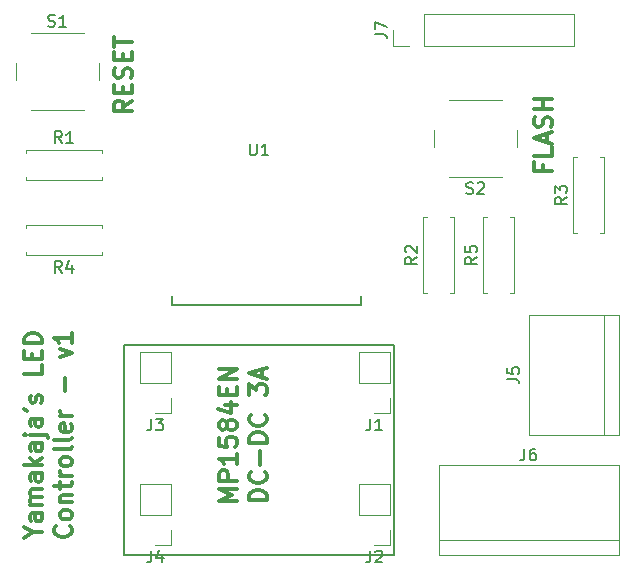
<source format=gbr>
%TF.GenerationSoftware,KiCad,Pcbnew,4.0.7*%
%TF.CreationDate,2018-03-28T14:10:15+02:00*%
%TF.ProjectId,esp8266-ws2811-pcb,657370383236362D7773323831312D70,rev?*%
%TF.FileFunction,Legend,Top*%
%FSLAX46Y46*%
G04 Gerber Fmt 4.6, Leading zero omitted, Abs format (unit mm)*
G04 Created by KiCad (PCBNEW 4.0.7) date Wed Mar 28 14:10:15 2018*
%MOMM*%
%LPD*%
G01*
G04 APERTURE LIST*
%ADD10C,0.100000*%
%ADD11C,0.300000*%
%ADD12C,0.200000*%
%ADD13C,0.120000*%
%ADD14C,0.152400*%
%ADD15C,0.150000*%
G04 APERTURE END LIST*
D10*
D11*
X150538571Y-83458571D02*
X149824286Y-83958571D01*
X150538571Y-84315714D02*
X149038571Y-84315714D01*
X149038571Y-83744286D01*
X149110000Y-83601428D01*
X149181429Y-83530000D01*
X149324286Y-83458571D01*
X149538571Y-83458571D01*
X149681429Y-83530000D01*
X149752857Y-83601428D01*
X149824286Y-83744286D01*
X149824286Y-84315714D01*
X149752857Y-82815714D02*
X149752857Y-82315714D01*
X150538571Y-82101428D02*
X150538571Y-82815714D01*
X149038571Y-82815714D01*
X149038571Y-82101428D01*
X150467143Y-81530000D02*
X150538571Y-81315714D01*
X150538571Y-80958571D01*
X150467143Y-80815714D01*
X150395714Y-80744285D01*
X150252857Y-80672857D01*
X150110000Y-80672857D01*
X149967143Y-80744285D01*
X149895714Y-80815714D01*
X149824286Y-80958571D01*
X149752857Y-81244285D01*
X149681429Y-81387143D01*
X149610000Y-81458571D01*
X149467143Y-81530000D01*
X149324286Y-81530000D01*
X149181429Y-81458571D01*
X149110000Y-81387143D01*
X149038571Y-81244285D01*
X149038571Y-80887143D01*
X149110000Y-80672857D01*
X149752857Y-80030000D02*
X149752857Y-79530000D01*
X150538571Y-79315714D02*
X150538571Y-80030000D01*
X149038571Y-80030000D01*
X149038571Y-79315714D01*
X149038571Y-78887143D02*
X149038571Y-78030000D01*
X150538571Y-78458571D02*
X149038571Y-78458571D01*
X185312857Y-88895714D02*
X185312857Y-89395714D01*
X186098571Y-89395714D02*
X184598571Y-89395714D01*
X184598571Y-88681428D01*
X186098571Y-87395714D02*
X186098571Y-88110000D01*
X184598571Y-88110000D01*
X185670000Y-86967143D02*
X185670000Y-86252857D01*
X186098571Y-87110000D02*
X184598571Y-86610000D01*
X186098571Y-86110000D01*
X186027143Y-85681429D02*
X186098571Y-85467143D01*
X186098571Y-85110000D01*
X186027143Y-84967143D01*
X185955714Y-84895714D01*
X185812857Y-84824286D01*
X185670000Y-84824286D01*
X185527143Y-84895714D01*
X185455714Y-84967143D01*
X185384286Y-85110000D01*
X185312857Y-85395714D01*
X185241429Y-85538572D01*
X185170000Y-85610000D01*
X185027143Y-85681429D01*
X184884286Y-85681429D01*
X184741429Y-85610000D01*
X184670000Y-85538572D01*
X184598571Y-85395714D01*
X184598571Y-85038572D01*
X184670000Y-84824286D01*
X186098571Y-84181429D02*
X184598571Y-84181429D01*
X185312857Y-84181429D02*
X185312857Y-83324286D01*
X186098571Y-83324286D02*
X184598571Y-83324286D01*
D12*
X149860000Y-104140000D02*
X149860000Y-121920000D01*
X172720000Y-104140000D02*
X149860000Y-104140000D01*
X172720000Y-121920000D02*
X172720000Y-104140000D01*
X149860000Y-121920000D02*
X172720000Y-121920000D01*
D11*
X159423571Y-117331428D02*
X157923571Y-117331428D01*
X158995000Y-116831428D01*
X157923571Y-116331428D01*
X159423571Y-116331428D01*
X159423571Y-115617142D02*
X157923571Y-115617142D01*
X157923571Y-115045714D01*
X157995000Y-114902856D01*
X158066429Y-114831428D01*
X158209286Y-114759999D01*
X158423571Y-114759999D01*
X158566429Y-114831428D01*
X158637857Y-114902856D01*
X158709286Y-115045714D01*
X158709286Y-115617142D01*
X159423571Y-113331428D02*
X159423571Y-114188571D01*
X159423571Y-113759999D02*
X157923571Y-113759999D01*
X158137857Y-113902856D01*
X158280714Y-114045714D01*
X158352143Y-114188571D01*
X157923571Y-111974285D02*
X157923571Y-112688571D01*
X158637857Y-112760000D01*
X158566429Y-112688571D01*
X158495000Y-112545714D01*
X158495000Y-112188571D01*
X158566429Y-112045714D01*
X158637857Y-111974285D01*
X158780714Y-111902857D01*
X159137857Y-111902857D01*
X159280714Y-111974285D01*
X159352143Y-112045714D01*
X159423571Y-112188571D01*
X159423571Y-112545714D01*
X159352143Y-112688571D01*
X159280714Y-112760000D01*
X158566429Y-111045714D02*
X158495000Y-111188572D01*
X158423571Y-111260000D01*
X158280714Y-111331429D01*
X158209286Y-111331429D01*
X158066429Y-111260000D01*
X157995000Y-111188572D01*
X157923571Y-111045714D01*
X157923571Y-110760000D01*
X157995000Y-110617143D01*
X158066429Y-110545714D01*
X158209286Y-110474286D01*
X158280714Y-110474286D01*
X158423571Y-110545714D01*
X158495000Y-110617143D01*
X158566429Y-110760000D01*
X158566429Y-111045714D01*
X158637857Y-111188572D01*
X158709286Y-111260000D01*
X158852143Y-111331429D01*
X159137857Y-111331429D01*
X159280714Y-111260000D01*
X159352143Y-111188572D01*
X159423571Y-111045714D01*
X159423571Y-110760000D01*
X159352143Y-110617143D01*
X159280714Y-110545714D01*
X159137857Y-110474286D01*
X158852143Y-110474286D01*
X158709286Y-110545714D01*
X158637857Y-110617143D01*
X158566429Y-110760000D01*
X158423571Y-109188572D02*
X159423571Y-109188572D01*
X157852143Y-109545715D02*
X158923571Y-109902858D01*
X158923571Y-108974286D01*
X158637857Y-108402858D02*
X158637857Y-107902858D01*
X159423571Y-107688572D02*
X159423571Y-108402858D01*
X157923571Y-108402858D01*
X157923571Y-107688572D01*
X159423571Y-107045715D02*
X157923571Y-107045715D01*
X159423571Y-106188572D01*
X157923571Y-106188572D01*
X161973571Y-117259999D02*
X160473571Y-117259999D01*
X160473571Y-116902856D01*
X160545000Y-116688571D01*
X160687857Y-116545713D01*
X160830714Y-116474285D01*
X161116429Y-116402856D01*
X161330714Y-116402856D01*
X161616429Y-116474285D01*
X161759286Y-116545713D01*
X161902143Y-116688571D01*
X161973571Y-116902856D01*
X161973571Y-117259999D01*
X161830714Y-114902856D02*
X161902143Y-114974285D01*
X161973571Y-115188571D01*
X161973571Y-115331428D01*
X161902143Y-115545713D01*
X161759286Y-115688571D01*
X161616429Y-115759999D01*
X161330714Y-115831428D01*
X161116429Y-115831428D01*
X160830714Y-115759999D01*
X160687857Y-115688571D01*
X160545000Y-115545713D01*
X160473571Y-115331428D01*
X160473571Y-115188571D01*
X160545000Y-114974285D01*
X160616429Y-114902856D01*
X161402143Y-114259999D02*
X161402143Y-113117142D01*
X161973571Y-112402856D02*
X160473571Y-112402856D01*
X160473571Y-112045713D01*
X160545000Y-111831428D01*
X160687857Y-111688570D01*
X160830714Y-111617142D01*
X161116429Y-111545713D01*
X161330714Y-111545713D01*
X161616429Y-111617142D01*
X161759286Y-111688570D01*
X161902143Y-111831428D01*
X161973571Y-112045713D01*
X161973571Y-112402856D01*
X161830714Y-110045713D02*
X161902143Y-110117142D01*
X161973571Y-110331428D01*
X161973571Y-110474285D01*
X161902143Y-110688570D01*
X161759286Y-110831428D01*
X161616429Y-110902856D01*
X161330714Y-110974285D01*
X161116429Y-110974285D01*
X160830714Y-110902856D01*
X160687857Y-110831428D01*
X160545000Y-110688570D01*
X160473571Y-110474285D01*
X160473571Y-110331428D01*
X160545000Y-110117142D01*
X160616429Y-110045713D01*
X160473571Y-108402856D02*
X160473571Y-107474285D01*
X161045000Y-107974285D01*
X161045000Y-107759999D01*
X161116429Y-107617142D01*
X161187857Y-107545713D01*
X161330714Y-107474285D01*
X161687857Y-107474285D01*
X161830714Y-107545713D01*
X161902143Y-107617142D01*
X161973571Y-107759999D01*
X161973571Y-108188571D01*
X161902143Y-108331428D01*
X161830714Y-108402856D01*
X161545000Y-106902857D02*
X161545000Y-106188571D01*
X161973571Y-107045714D02*
X160473571Y-106545714D01*
X161973571Y-106045714D01*
X142199286Y-120010001D02*
X142913571Y-120010001D01*
X141413571Y-120510001D02*
X142199286Y-120010001D01*
X141413571Y-119510001D01*
X142913571Y-118367144D02*
X142127857Y-118367144D01*
X141985000Y-118438573D01*
X141913571Y-118581430D01*
X141913571Y-118867144D01*
X141985000Y-119010001D01*
X142842143Y-118367144D02*
X142913571Y-118510001D01*
X142913571Y-118867144D01*
X142842143Y-119010001D01*
X142699286Y-119081430D01*
X142556429Y-119081430D01*
X142413571Y-119010001D01*
X142342143Y-118867144D01*
X142342143Y-118510001D01*
X142270714Y-118367144D01*
X142913571Y-117652858D02*
X141913571Y-117652858D01*
X142056429Y-117652858D02*
X141985000Y-117581430D01*
X141913571Y-117438572D01*
X141913571Y-117224287D01*
X141985000Y-117081430D01*
X142127857Y-117010001D01*
X142913571Y-117010001D01*
X142127857Y-117010001D02*
X141985000Y-116938572D01*
X141913571Y-116795715D01*
X141913571Y-116581430D01*
X141985000Y-116438572D01*
X142127857Y-116367144D01*
X142913571Y-116367144D01*
X142913571Y-115010001D02*
X142127857Y-115010001D01*
X141985000Y-115081430D01*
X141913571Y-115224287D01*
X141913571Y-115510001D01*
X141985000Y-115652858D01*
X142842143Y-115010001D02*
X142913571Y-115152858D01*
X142913571Y-115510001D01*
X142842143Y-115652858D01*
X142699286Y-115724287D01*
X142556429Y-115724287D01*
X142413571Y-115652858D01*
X142342143Y-115510001D01*
X142342143Y-115152858D01*
X142270714Y-115010001D01*
X142913571Y-114295715D02*
X141413571Y-114295715D01*
X142342143Y-114152858D02*
X142913571Y-113724287D01*
X141913571Y-113724287D02*
X142485000Y-114295715D01*
X142913571Y-112438572D02*
X142127857Y-112438572D01*
X141985000Y-112510001D01*
X141913571Y-112652858D01*
X141913571Y-112938572D01*
X141985000Y-113081429D01*
X142842143Y-112438572D02*
X142913571Y-112581429D01*
X142913571Y-112938572D01*
X142842143Y-113081429D01*
X142699286Y-113152858D01*
X142556429Y-113152858D01*
X142413571Y-113081429D01*
X142342143Y-112938572D01*
X142342143Y-112581429D01*
X142270714Y-112438572D01*
X141913571Y-111724286D02*
X143199286Y-111724286D01*
X143342143Y-111795715D01*
X143413571Y-111938572D01*
X143413571Y-112010000D01*
X141413571Y-111724286D02*
X141485000Y-111795715D01*
X141556429Y-111724286D01*
X141485000Y-111652858D01*
X141413571Y-111724286D01*
X141556429Y-111724286D01*
X142913571Y-110367143D02*
X142127857Y-110367143D01*
X141985000Y-110438572D01*
X141913571Y-110581429D01*
X141913571Y-110867143D01*
X141985000Y-111010000D01*
X142842143Y-110367143D02*
X142913571Y-110510000D01*
X142913571Y-110867143D01*
X142842143Y-111010000D01*
X142699286Y-111081429D01*
X142556429Y-111081429D01*
X142413571Y-111010000D01*
X142342143Y-110867143D01*
X142342143Y-110510000D01*
X142270714Y-110367143D01*
X141413571Y-109581429D02*
X141699286Y-109724286D01*
X142842143Y-109010000D02*
X142913571Y-108867143D01*
X142913571Y-108581428D01*
X142842143Y-108438571D01*
X142699286Y-108367143D01*
X142627857Y-108367143D01*
X142485000Y-108438571D01*
X142413571Y-108581428D01*
X142413571Y-108795714D01*
X142342143Y-108938571D01*
X142199286Y-109010000D01*
X142127857Y-109010000D01*
X141985000Y-108938571D01*
X141913571Y-108795714D01*
X141913571Y-108581428D01*
X141985000Y-108438571D01*
X142913571Y-105867142D02*
X142913571Y-106581428D01*
X141413571Y-106581428D01*
X142127857Y-105367142D02*
X142127857Y-104867142D01*
X142913571Y-104652856D02*
X142913571Y-105367142D01*
X141413571Y-105367142D01*
X141413571Y-104652856D01*
X142913571Y-104009999D02*
X141413571Y-104009999D01*
X141413571Y-103652856D01*
X141485000Y-103438571D01*
X141627857Y-103295713D01*
X141770714Y-103224285D01*
X142056429Y-103152856D01*
X142270714Y-103152856D01*
X142556429Y-103224285D01*
X142699286Y-103295713D01*
X142842143Y-103438571D01*
X142913571Y-103652856D01*
X142913571Y-104009999D01*
X145320714Y-119474284D02*
X145392143Y-119545713D01*
X145463571Y-119759999D01*
X145463571Y-119902856D01*
X145392143Y-120117141D01*
X145249286Y-120259999D01*
X145106429Y-120331427D01*
X144820714Y-120402856D01*
X144606429Y-120402856D01*
X144320714Y-120331427D01*
X144177857Y-120259999D01*
X144035000Y-120117141D01*
X143963571Y-119902856D01*
X143963571Y-119759999D01*
X144035000Y-119545713D01*
X144106429Y-119474284D01*
X145463571Y-118617141D02*
X145392143Y-118759999D01*
X145320714Y-118831427D01*
X145177857Y-118902856D01*
X144749286Y-118902856D01*
X144606429Y-118831427D01*
X144535000Y-118759999D01*
X144463571Y-118617141D01*
X144463571Y-118402856D01*
X144535000Y-118259999D01*
X144606429Y-118188570D01*
X144749286Y-118117141D01*
X145177857Y-118117141D01*
X145320714Y-118188570D01*
X145392143Y-118259999D01*
X145463571Y-118402856D01*
X145463571Y-118617141D01*
X144463571Y-117474284D02*
X145463571Y-117474284D01*
X144606429Y-117474284D02*
X144535000Y-117402856D01*
X144463571Y-117259998D01*
X144463571Y-117045713D01*
X144535000Y-116902856D01*
X144677857Y-116831427D01*
X145463571Y-116831427D01*
X144463571Y-116331427D02*
X144463571Y-115759998D01*
X143963571Y-116117141D02*
X145249286Y-116117141D01*
X145392143Y-116045713D01*
X145463571Y-115902855D01*
X145463571Y-115759998D01*
X145463571Y-115259998D02*
X144463571Y-115259998D01*
X144749286Y-115259998D02*
X144606429Y-115188570D01*
X144535000Y-115117141D01*
X144463571Y-114974284D01*
X144463571Y-114831427D01*
X145463571Y-114117141D02*
X145392143Y-114259999D01*
X145320714Y-114331427D01*
X145177857Y-114402856D01*
X144749286Y-114402856D01*
X144606429Y-114331427D01*
X144535000Y-114259999D01*
X144463571Y-114117141D01*
X144463571Y-113902856D01*
X144535000Y-113759999D01*
X144606429Y-113688570D01*
X144749286Y-113617141D01*
X145177857Y-113617141D01*
X145320714Y-113688570D01*
X145392143Y-113759999D01*
X145463571Y-113902856D01*
X145463571Y-114117141D01*
X145463571Y-112759998D02*
X145392143Y-112902856D01*
X145249286Y-112974284D01*
X143963571Y-112974284D01*
X145463571Y-111974284D02*
X145392143Y-112117142D01*
X145249286Y-112188570D01*
X143963571Y-112188570D01*
X145392143Y-110831428D02*
X145463571Y-110974285D01*
X145463571Y-111259999D01*
X145392143Y-111402856D01*
X145249286Y-111474285D01*
X144677857Y-111474285D01*
X144535000Y-111402856D01*
X144463571Y-111259999D01*
X144463571Y-110974285D01*
X144535000Y-110831428D01*
X144677857Y-110759999D01*
X144820714Y-110759999D01*
X144963571Y-111474285D01*
X145463571Y-110117142D02*
X144463571Y-110117142D01*
X144749286Y-110117142D02*
X144606429Y-110045714D01*
X144535000Y-109974285D01*
X144463571Y-109831428D01*
X144463571Y-109688571D01*
X144892143Y-108045714D02*
X144892143Y-106902857D01*
X144463571Y-105188571D02*
X145463571Y-104831428D01*
X144463571Y-104474286D01*
X145463571Y-103117143D02*
X145463571Y-103974286D01*
X145463571Y-103545714D02*
X143963571Y-103545714D01*
X144177857Y-103688571D01*
X144320714Y-103831429D01*
X144392143Y-103974286D01*
D13*
X172399000Y-104715000D02*
X169739000Y-104715000D01*
X172399000Y-107315000D02*
X172399000Y-104715000D01*
X169739000Y-107315000D02*
X169739000Y-104715000D01*
X172399000Y-107315000D02*
X169739000Y-107315000D01*
X172399000Y-108585000D02*
X172399000Y-109915000D01*
X172399000Y-109915000D02*
X171069000Y-109915000D01*
X172399000Y-115891000D02*
X169739000Y-115891000D01*
X172399000Y-118491000D02*
X172399000Y-115891000D01*
X169739000Y-118491000D02*
X169739000Y-115891000D01*
X172399000Y-118491000D02*
X169739000Y-118491000D01*
X172399000Y-119761000D02*
X172399000Y-121091000D01*
X172399000Y-121091000D02*
X171069000Y-121091000D01*
X153857000Y-104715000D02*
X151197000Y-104715000D01*
X153857000Y-107315000D02*
X153857000Y-104715000D01*
X151197000Y-107315000D02*
X151197000Y-104715000D01*
X153857000Y-107315000D02*
X151197000Y-107315000D01*
X153857000Y-108585000D02*
X153857000Y-109915000D01*
X153857000Y-109915000D02*
X152527000Y-109915000D01*
X153857000Y-115891000D02*
X151197000Y-115891000D01*
X153857000Y-118491000D02*
X153857000Y-115891000D01*
X151197000Y-118491000D02*
X151197000Y-115891000D01*
X153857000Y-118491000D02*
X151197000Y-118491000D01*
X153857000Y-119761000D02*
X153857000Y-121091000D01*
X153857000Y-121091000D02*
X152527000Y-121091000D01*
X190500000Y-101600000D02*
X190500000Y-111760000D01*
X191770000Y-101600000D02*
X184150000Y-101600000D01*
X184150000Y-101600000D02*
X184150000Y-111760000D01*
X184150000Y-111760000D02*
X191770000Y-111760000D01*
X191770000Y-111760000D02*
X191770000Y-101600000D01*
X176530000Y-121920000D02*
X176530000Y-114300000D01*
X191770000Y-121920000D02*
X191770000Y-114300000D01*
X176530000Y-120650000D02*
X191770000Y-120650000D01*
X176530000Y-114300000D02*
X191770000Y-114300000D01*
X176530000Y-121920000D02*
X191770000Y-121920000D01*
X175260000Y-78800000D02*
X188020000Y-78800000D01*
X188020000Y-78800000D02*
X188020000Y-76140000D01*
X188020000Y-76140000D02*
X175260000Y-76140000D01*
X175260000Y-76140000D02*
X175260000Y-78800000D01*
X173990000Y-78800000D02*
X172660000Y-78800000D01*
X172660000Y-78800000D02*
X172660000Y-77470000D01*
X141570000Y-87920000D02*
X141570000Y-87590000D01*
X141570000Y-87590000D02*
X147990000Y-87590000D01*
X147990000Y-87590000D02*
X147990000Y-87920000D01*
X141570000Y-89880000D02*
X141570000Y-90210000D01*
X141570000Y-90210000D02*
X147990000Y-90210000D01*
X147990000Y-90210000D02*
X147990000Y-89880000D01*
X175550000Y-99730000D02*
X175220000Y-99730000D01*
X175220000Y-99730000D02*
X175220000Y-93310000D01*
X175220000Y-93310000D02*
X175550000Y-93310000D01*
X177510000Y-99730000D02*
X177840000Y-99730000D01*
X177840000Y-99730000D02*
X177840000Y-93310000D01*
X177840000Y-93310000D02*
X177510000Y-93310000D01*
X188250000Y-94650000D02*
X187920000Y-94650000D01*
X187920000Y-94650000D02*
X187920000Y-88230000D01*
X187920000Y-88230000D02*
X188250000Y-88230000D01*
X190210000Y-94650000D02*
X190540000Y-94650000D01*
X190540000Y-94650000D02*
X190540000Y-88230000D01*
X190540000Y-88230000D02*
X190210000Y-88230000D01*
X147990000Y-96230000D02*
X147990000Y-96560000D01*
X147990000Y-96560000D02*
X141570000Y-96560000D01*
X141570000Y-96560000D02*
X141570000Y-96230000D01*
X147990000Y-94270000D02*
X147990000Y-93940000D01*
X147990000Y-93940000D02*
X141570000Y-93940000D01*
X141570000Y-93940000D02*
X141570000Y-94270000D01*
X141970000Y-84240000D02*
X146470000Y-84240000D01*
X140720000Y-80240000D02*
X140720000Y-81740000D01*
X146470000Y-77740000D02*
X141970000Y-77740000D01*
X147720000Y-81740000D02*
X147720000Y-80240000D01*
X181880000Y-83400000D02*
X177380000Y-83400000D01*
X183130000Y-87400000D02*
X183130000Y-85900000D01*
X177380000Y-89900000D02*
X181880000Y-89900000D01*
X176130000Y-85900000D02*
X176130000Y-87400000D01*
D14*
X153924000Y-99949000D02*
X153924000Y-100711000D01*
X153924000Y-100711000D02*
X169926000Y-100711000D01*
X169926000Y-100711000D02*
X169926000Y-99949000D01*
D13*
X180630000Y-99730000D02*
X180300000Y-99730000D01*
X180300000Y-99730000D02*
X180300000Y-93310000D01*
X180300000Y-93310000D02*
X180630000Y-93310000D01*
X182590000Y-99730000D02*
X182920000Y-99730000D01*
X182920000Y-99730000D02*
X182920000Y-93310000D01*
X182920000Y-93310000D02*
X182590000Y-93310000D01*
D15*
X170735667Y-110367381D02*
X170735667Y-111081667D01*
X170688047Y-111224524D01*
X170592809Y-111319762D01*
X170449952Y-111367381D01*
X170354714Y-111367381D01*
X171735667Y-111367381D02*
X171164238Y-111367381D01*
X171449952Y-111367381D02*
X171449952Y-110367381D01*
X171354714Y-110510238D01*
X171259476Y-110605476D01*
X171164238Y-110653095D01*
X170735667Y-121543381D02*
X170735667Y-122257667D01*
X170688047Y-122400524D01*
X170592809Y-122495762D01*
X170449952Y-122543381D01*
X170354714Y-122543381D01*
X171164238Y-121638619D02*
X171211857Y-121591000D01*
X171307095Y-121543381D01*
X171545191Y-121543381D01*
X171640429Y-121591000D01*
X171688048Y-121638619D01*
X171735667Y-121733857D01*
X171735667Y-121829095D01*
X171688048Y-121971952D01*
X171116619Y-122543381D01*
X171735667Y-122543381D01*
X152193667Y-110367381D02*
X152193667Y-111081667D01*
X152146047Y-111224524D01*
X152050809Y-111319762D01*
X151907952Y-111367381D01*
X151812714Y-111367381D01*
X152574619Y-110367381D02*
X153193667Y-110367381D01*
X152860333Y-110748333D01*
X153003191Y-110748333D01*
X153098429Y-110795952D01*
X153146048Y-110843571D01*
X153193667Y-110938810D01*
X153193667Y-111176905D01*
X153146048Y-111272143D01*
X153098429Y-111319762D01*
X153003191Y-111367381D01*
X152717476Y-111367381D01*
X152622238Y-111319762D01*
X152574619Y-111272143D01*
X152193667Y-121543381D02*
X152193667Y-122257667D01*
X152146047Y-122400524D01*
X152050809Y-122495762D01*
X151907952Y-122543381D01*
X151812714Y-122543381D01*
X153098429Y-121876714D02*
X153098429Y-122543381D01*
X152860333Y-121495762D02*
X152622238Y-122210048D01*
X153241286Y-122210048D01*
X182332381Y-107013333D02*
X183046667Y-107013333D01*
X183189524Y-107060953D01*
X183284762Y-107156191D01*
X183332381Y-107299048D01*
X183332381Y-107394286D01*
X182332381Y-106060952D02*
X182332381Y-106537143D01*
X182808571Y-106584762D01*
X182760952Y-106537143D01*
X182713333Y-106441905D01*
X182713333Y-106203809D01*
X182760952Y-106108571D01*
X182808571Y-106060952D01*
X182903810Y-106013333D01*
X183141905Y-106013333D01*
X183237143Y-106060952D01*
X183284762Y-106108571D01*
X183332381Y-106203809D01*
X183332381Y-106441905D01*
X183284762Y-106537143D01*
X183237143Y-106584762D01*
X183786667Y-112912381D02*
X183786667Y-113626667D01*
X183739047Y-113769524D01*
X183643809Y-113864762D01*
X183500952Y-113912381D01*
X183405714Y-113912381D01*
X184691429Y-112912381D02*
X184500952Y-112912381D01*
X184405714Y-112960000D01*
X184358095Y-113007619D01*
X184262857Y-113150476D01*
X184215238Y-113340952D01*
X184215238Y-113721905D01*
X184262857Y-113817143D01*
X184310476Y-113864762D01*
X184405714Y-113912381D01*
X184596191Y-113912381D01*
X184691429Y-113864762D01*
X184739048Y-113817143D01*
X184786667Y-113721905D01*
X184786667Y-113483810D01*
X184739048Y-113388571D01*
X184691429Y-113340952D01*
X184596191Y-113293333D01*
X184405714Y-113293333D01*
X184310476Y-113340952D01*
X184262857Y-113388571D01*
X184215238Y-113483810D01*
X171112381Y-77803333D02*
X171826667Y-77803333D01*
X171969524Y-77850953D01*
X172064762Y-77946191D01*
X172112381Y-78089048D01*
X172112381Y-78184286D01*
X171112381Y-77422381D02*
X171112381Y-76755714D01*
X172112381Y-77184286D01*
X144613334Y-87042381D02*
X144280000Y-86566190D01*
X144041905Y-87042381D02*
X144041905Y-86042381D01*
X144422858Y-86042381D01*
X144518096Y-86090000D01*
X144565715Y-86137619D01*
X144613334Y-86232857D01*
X144613334Y-86375714D01*
X144565715Y-86470952D01*
X144518096Y-86518571D01*
X144422858Y-86566190D01*
X144041905Y-86566190D01*
X145565715Y-87042381D02*
X144994286Y-87042381D01*
X145280000Y-87042381D02*
X145280000Y-86042381D01*
X145184762Y-86185238D01*
X145089524Y-86280476D01*
X144994286Y-86328095D01*
X174672381Y-96686666D02*
X174196190Y-97020000D01*
X174672381Y-97258095D02*
X173672381Y-97258095D01*
X173672381Y-96877142D01*
X173720000Y-96781904D01*
X173767619Y-96734285D01*
X173862857Y-96686666D01*
X174005714Y-96686666D01*
X174100952Y-96734285D01*
X174148571Y-96781904D01*
X174196190Y-96877142D01*
X174196190Y-97258095D01*
X173767619Y-96305714D02*
X173720000Y-96258095D01*
X173672381Y-96162857D01*
X173672381Y-95924761D01*
X173720000Y-95829523D01*
X173767619Y-95781904D01*
X173862857Y-95734285D01*
X173958095Y-95734285D01*
X174100952Y-95781904D01*
X174672381Y-96353333D01*
X174672381Y-95734285D01*
X187372381Y-91606666D02*
X186896190Y-91940000D01*
X187372381Y-92178095D02*
X186372381Y-92178095D01*
X186372381Y-91797142D01*
X186420000Y-91701904D01*
X186467619Y-91654285D01*
X186562857Y-91606666D01*
X186705714Y-91606666D01*
X186800952Y-91654285D01*
X186848571Y-91701904D01*
X186896190Y-91797142D01*
X186896190Y-92178095D01*
X186372381Y-91273333D02*
X186372381Y-90654285D01*
X186753333Y-90987619D01*
X186753333Y-90844761D01*
X186800952Y-90749523D01*
X186848571Y-90701904D01*
X186943810Y-90654285D01*
X187181905Y-90654285D01*
X187277143Y-90701904D01*
X187324762Y-90749523D01*
X187372381Y-90844761D01*
X187372381Y-91130476D01*
X187324762Y-91225714D01*
X187277143Y-91273333D01*
X144613334Y-98012381D02*
X144280000Y-97536190D01*
X144041905Y-98012381D02*
X144041905Y-97012381D01*
X144422858Y-97012381D01*
X144518096Y-97060000D01*
X144565715Y-97107619D01*
X144613334Y-97202857D01*
X144613334Y-97345714D01*
X144565715Y-97440952D01*
X144518096Y-97488571D01*
X144422858Y-97536190D01*
X144041905Y-97536190D01*
X145470477Y-97345714D02*
X145470477Y-98012381D01*
X145232381Y-96964762D02*
X144994286Y-97679048D01*
X145613334Y-97679048D01*
X143458095Y-77144762D02*
X143600952Y-77192381D01*
X143839048Y-77192381D01*
X143934286Y-77144762D01*
X143981905Y-77097143D01*
X144029524Y-77001905D01*
X144029524Y-76906667D01*
X143981905Y-76811429D01*
X143934286Y-76763810D01*
X143839048Y-76716190D01*
X143648571Y-76668571D01*
X143553333Y-76620952D01*
X143505714Y-76573333D01*
X143458095Y-76478095D01*
X143458095Y-76382857D01*
X143505714Y-76287619D01*
X143553333Y-76240000D01*
X143648571Y-76192381D01*
X143886667Y-76192381D01*
X144029524Y-76240000D01*
X144981905Y-77192381D02*
X144410476Y-77192381D01*
X144696190Y-77192381D02*
X144696190Y-76192381D01*
X144600952Y-76335238D01*
X144505714Y-76430476D01*
X144410476Y-76478095D01*
X178868095Y-91304762D02*
X179010952Y-91352381D01*
X179249048Y-91352381D01*
X179344286Y-91304762D01*
X179391905Y-91257143D01*
X179439524Y-91161905D01*
X179439524Y-91066667D01*
X179391905Y-90971429D01*
X179344286Y-90923810D01*
X179249048Y-90876190D01*
X179058571Y-90828571D01*
X178963333Y-90780952D01*
X178915714Y-90733333D01*
X178868095Y-90638095D01*
X178868095Y-90542857D01*
X178915714Y-90447619D01*
X178963333Y-90400000D01*
X179058571Y-90352381D01*
X179296667Y-90352381D01*
X179439524Y-90400000D01*
X179820476Y-90447619D02*
X179868095Y-90400000D01*
X179963333Y-90352381D01*
X180201429Y-90352381D01*
X180296667Y-90400000D01*
X180344286Y-90447619D01*
X180391905Y-90542857D01*
X180391905Y-90638095D01*
X180344286Y-90780952D01*
X179772857Y-91352381D01*
X180391905Y-91352381D01*
X160528095Y-87082381D02*
X160528095Y-87891905D01*
X160575714Y-87987143D01*
X160623333Y-88034762D01*
X160718571Y-88082381D01*
X160909048Y-88082381D01*
X161004286Y-88034762D01*
X161051905Y-87987143D01*
X161099524Y-87891905D01*
X161099524Y-87082381D01*
X162099524Y-88082381D02*
X161528095Y-88082381D01*
X161813809Y-88082381D02*
X161813809Y-87082381D01*
X161718571Y-87225238D01*
X161623333Y-87320476D01*
X161528095Y-87368095D01*
X179752381Y-96686666D02*
X179276190Y-97020000D01*
X179752381Y-97258095D02*
X178752381Y-97258095D01*
X178752381Y-96877142D01*
X178800000Y-96781904D01*
X178847619Y-96734285D01*
X178942857Y-96686666D01*
X179085714Y-96686666D01*
X179180952Y-96734285D01*
X179228571Y-96781904D01*
X179276190Y-96877142D01*
X179276190Y-97258095D01*
X178752381Y-95781904D02*
X178752381Y-96258095D01*
X179228571Y-96305714D01*
X179180952Y-96258095D01*
X179133333Y-96162857D01*
X179133333Y-95924761D01*
X179180952Y-95829523D01*
X179228571Y-95781904D01*
X179323810Y-95734285D01*
X179561905Y-95734285D01*
X179657143Y-95781904D01*
X179704762Y-95829523D01*
X179752381Y-95924761D01*
X179752381Y-96162857D01*
X179704762Y-96258095D01*
X179657143Y-96305714D01*
M02*

</source>
